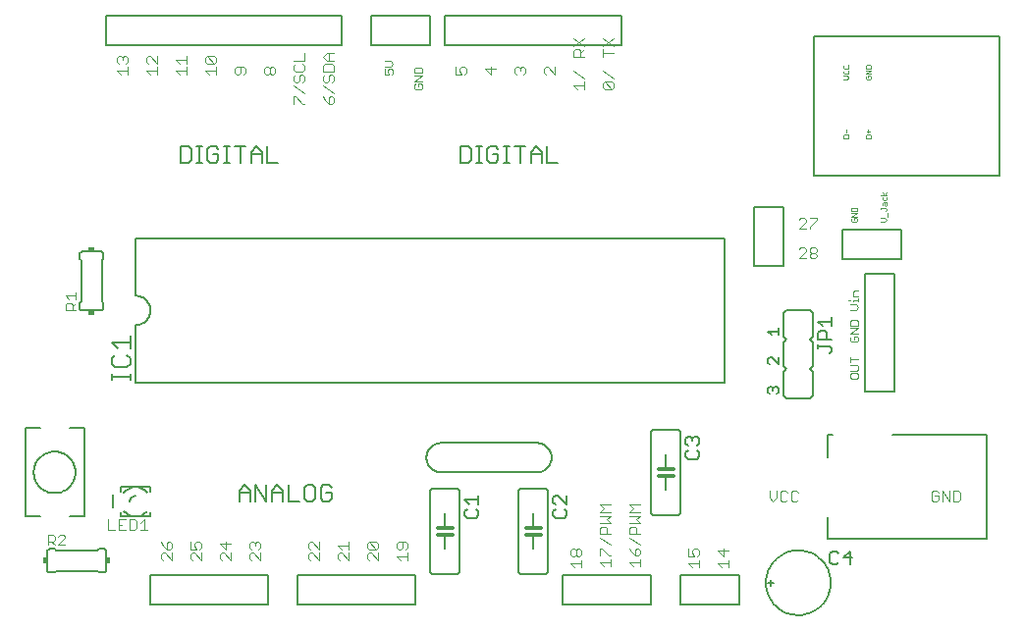
<source format=gto>
G75*
%MOIN*%
%OFA0B0*%
%FSLAX24Y24*%
%IPPOS*%
%LPD*%
%AMOC8*
5,1,8,0,0,1.08239X$1,22.5*
%
%ADD10C,0.0030*%
%ADD11C,0.0050*%
%ADD12C,0.0020*%
%ADD13C,0.0060*%
%ADD14C,0.0070*%
%ADD15C,0.0040*%
%ADD16R,0.0050X0.0500*%
%ADD17R,0.0200X0.0150*%
%ADD18R,0.0150X0.0200*%
%ADD19C,0.0120*%
D10*
X006465Y002177D02*
X006526Y002115D01*
X006465Y002177D02*
X006465Y002300D01*
X006526Y002362D01*
X006588Y002362D01*
X006835Y002115D01*
X006835Y002362D01*
X006773Y002483D02*
X006835Y002545D01*
X006835Y002668D01*
X006773Y002730D01*
X006712Y002730D01*
X006650Y002668D01*
X006650Y002483D01*
X006773Y002483D01*
X006650Y002483D02*
X006526Y002607D01*
X006465Y002730D01*
X007465Y002730D02*
X007465Y002483D01*
X007650Y002483D01*
X007588Y002607D01*
X007588Y002668D01*
X007650Y002730D01*
X007773Y002730D01*
X007835Y002668D01*
X007835Y002545D01*
X007773Y002483D01*
X007835Y002362D02*
X007835Y002115D01*
X007588Y002362D01*
X007526Y002362D01*
X007465Y002300D01*
X007465Y002177D01*
X007526Y002115D01*
X008465Y002177D02*
X008526Y002115D01*
X008465Y002177D02*
X008465Y002300D01*
X008526Y002362D01*
X008588Y002362D01*
X008835Y002115D01*
X008835Y002362D01*
X008650Y002483D02*
X008650Y002730D01*
X008835Y002668D02*
X008465Y002668D01*
X008650Y002483D01*
X009465Y002545D02*
X009465Y002668D01*
X009526Y002730D01*
X009588Y002730D01*
X009650Y002668D01*
X009712Y002730D01*
X009773Y002730D01*
X009835Y002668D01*
X009835Y002545D01*
X009773Y002483D01*
X009835Y002362D02*
X009835Y002115D01*
X009588Y002362D01*
X009526Y002362D01*
X009465Y002300D01*
X009465Y002177D01*
X009526Y002115D01*
X009526Y002483D02*
X009465Y002545D01*
X009650Y002607D02*
X009650Y002668D01*
X011465Y002668D02*
X011465Y002545D01*
X011526Y002483D01*
X011526Y002362D02*
X011465Y002300D01*
X011465Y002177D01*
X011526Y002115D01*
X011588Y002362D02*
X011835Y002115D01*
X011835Y002362D01*
X011835Y002483D02*
X011588Y002730D01*
X011526Y002730D01*
X011465Y002668D01*
X011526Y002362D02*
X011588Y002362D01*
X011835Y002483D02*
X011835Y002730D01*
X012465Y002607D02*
X012588Y002483D01*
X012588Y002362D02*
X012526Y002362D01*
X012465Y002300D01*
X012465Y002177D01*
X012526Y002115D01*
X012588Y002362D02*
X012835Y002115D01*
X012835Y002362D01*
X012835Y002483D02*
X012835Y002730D01*
X012835Y002607D02*
X012465Y002607D01*
X013465Y002545D02*
X013465Y002668D01*
X013526Y002730D01*
X013773Y002483D01*
X013835Y002545D01*
X013835Y002668D01*
X013773Y002730D01*
X013526Y002730D01*
X013465Y002545D02*
X013526Y002483D01*
X013773Y002483D01*
X013835Y002362D02*
X013835Y002115D01*
X013588Y002362D01*
X013526Y002362D01*
X013465Y002300D01*
X013465Y002177D01*
X013526Y002115D01*
X014465Y002238D02*
X014588Y002115D01*
X014465Y002238D02*
X014835Y002238D01*
X014835Y002115D02*
X014835Y002362D01*
X014773Y002483D02*
X014835Y002545D01*
X014835Y002668D01*
X014773Y002730D01*
X014526Y002730D01*
X014465Y002668D01*
X014465Y002545D01*
X014526Y002483D01*
X014588Y002483D01*
X014650Y002545D01*
X014650Y002730D01*
X020365Y002432D02*
X020365Y002308D01*
X020426Y002247D01*
X020488Y002247D01*
X020550Y002308D01*
X020550Y002432D01*
X020612Y002494D01*
X020673Y002494D01*
X020735Y002432D01*
X020735Y002308D01*
X020673Y002247D01*
X020612Y002247D01*
X020550Y002308D01*
X020550Y002432D02*
X020488Y002494D01*
X020426Y002494D01*
X020365Y002432D01*
X020365Y002002D02*
X020735Y002002D01*
X020735Y002125D02*
X020735Y001878D01*
X020488Y001878D02*
X020365Y002002D01*
X021365Y002029D02*
X021735Y002029D01*
X021735Y002152D02*
X021735Y001905D01*
X021488Y001905D02*
X021365Y002029D01*
X021365Y002273D02*
X021365Y002520D01*
X021426Y002520D01*
X021673Y002273D01*
X021735Y002273D01*
X022365Y002029D02*
X022735Y002029D01*
X022735Y002152D02*
X022735Y001905D01*
X022488Y001905D02*
X022365Y002029D01*
X022550Y002273D02*
X022550Y002459D01*
X022612Y002520D01*
X022673Y002520D01*
X022735Y002459D01*
X022735Y002335D01*
X022673Y002273D01*
X022550Y002273D01*
X022426Y002397D01*
X022365Y002520D01*
X022365Y002889D02*
X022735Y002642D01*
X022735Y003010D02*
X022365Y003010D01*
X022365Y003195D01*
X022426Y003257D01*
X022550Y003257D01*
X022612Y003195D01*
X022612Y003010D01*
X022735Y003378D02*
X022365Y003378D01*
X022365Y003625D02*
X022735Y003625D01*
X022612Y003502D01*
X022735Y003378D01*
X022735Y003747D02*
X022365Y003747D01*
X022488Y003870D01*
X022365Y003994D01*
X022735Y003994D01*
X021735Y003994D02*
X021365Y003994D01*
X021488Y003870D01*
X021365Y003747D01*
X021735Y003747D01*
X021735Y003625D02*
X021612Y003502D01*
X021735Y003378D01*
X021365Y003378D01*
X021426Y003257D02*
X021365Y003195D01*
X021365Y003010D01*
X021735Y003010D01*
X021612Y003010D02*
X021612Y003195D01*
X021550Y003257D01*
X021426Y003257D01*
X021365Y003625D02*
X021735Y003625D01*
X021365Y002889D02*
X021735Y002642D01*
X024365Y002494D02*
X024365Y002247D01*
X024550Y002247D01*
X024488Y002370D01*
X024488Y002432D01*
X024550Y002494D01*
X024673Y002494D01*
X024735Y002432D01*
X024735Y002308D01*
X024673Y002247D01*
X024735Y002125D02*
X024735Y001878D01*
X024735Y002002D02*
X024365Y002002D01*
X024488Y001878D01*
X025365Y002002D02*
X025488Y001878D01*
X025365Y002002D02*
X025735Y002002D01*
X025735Y002125D02*
X025735Y001878D01*
X025550Y002247D02*
X025550Y002494D01*
X025735Y002432D02*
X025365Y002432D01*
X025550Y002247D01*
X027238Y004115D02*
X027362Y004238D01*
X027362Y004485D01*
X027483Y004424D02*
X027483Y004177D01*
X027545Y004115D01*
X027668Y004115D01*
X027730Y004177D01*
X027852Y004177D02*
X027913Y004115D01*
X028037Y004115D01*
X028099Y004177D01*
X028099Y004424D02*
X028037Y004485D01*
X027913Y004485D01*
X027852Y004424D01*
X027852Y004177D01*
X027730Y004424D02*
X027668Y004485D01*
X027545Y004485D01*
X027483Y004424D01*
X027115Y004485D02*
X027115Y004238D01*
X027238Y004115D01*
X032615Y004177D02*
X032677Y004115D01*
X032800Y004115D01*
X032862Y004177D01*
X032862Y004300D01*
X032738Y004300D01*
X032615Y004177D02*
X032615Y004424D01*
X032677Y004485D01*
X032800Y004485D01*
X032862Y004424D01*
X032983Y004485D02*
X033230Y004115D01*
X033230Y004485D01*
X033352Y004485D02*
X033352Y004115D01*
X033537Y004115D01*
X033599Y004177D01*
X033599Y004424D01*
X033537Y004485D01*
X033352Y004485D01*
X032983Y004485D02*
X032983Y004115D01*
X028668Y012365D02*
X028545Y012365D01*
X028483Y012427D01*
X028483Y012488D01*
X028545Y012550D01*
X028668Y012550D01*
X028730Y012488D01*
X028730Y012427D01*
X028668Y012365D01*
X028668Y012550D02*
X028730Y012612D01*
X028730Y012674D01*
X028668Y012735D01*
X028545Y012735D01*
X028483Y012674D01*
X028483Y012612D01*
X028545Y012550D01*
X028362Y012612D02*
X028115Y012365D01*
X028362Y012365D01*
X028362Y012612D02*
X028362Y012674D01*
X028300Y012735D01*
X028177Y012735D01*
X028115Y012674D01*
X028115Y013365D02*
X028362Y013612D01*
X028362Y013674D01*
X028300Y013735D01*
X028177Y013735D01*
X028115Y013674D01*
X028115Y013365D02*
X028362Y013365D01*
X028483Y013365D02*
X028483Y013427D01*
X028730Y013674D01*
X028730Y013735D01*
X028483Y013735D01*
X021835Y018177D02*
X021773Y018115D01*
X021526Y018362D01*
X021773Y018362D01*
X021835Y018300D01*
X021835Y018177D01*
X021773Y018115D02*
X021526Y018115D01*
X021465Y018177D01*
X021465Y018300D01*
X021526Y018362D01*
X021835Y018483D02*
X021465Y018730D01*
X021465Y019220D02*
X021465Y019467D01*
X021465Y019588D02*
X021835Y019835D01*
X021835Y019588D02*
X021465Y019835D01*
X021465Y019343D02*
X021835Y019343D01*
X020835Y019220D02*
X020465Y019220D01*
X020465Y019405D01*
X020526Y019467D01*
X020650Y019467D01*
X020712Y019405D01*
X020712Y019220D01*
X020712Y019343D02*
X020835Y019467D01*
X020835Y019588D02*
X020465Y019835D01*
X020465Y019588D02*
X020835Y019835D01*
X020465Y018730D02*
X020835Y018483D01*
X020835Y018362D02*
X020835Y018115D01*
X020835Y018238D02*
X020465Y018238D01*
X020588Y018115D01*
X019835Y018615D02*
X019588Y018862D01*
X019526Y018862D01*
X019465Y018800D01*
X019465Y018677D01*
X019526Y018615D01*
X019835Y018615D02*
X019835Y018862D01*
X018835Y018800D02*
X018835Y018677D01*
X018773Y018615D01*
X018650Y018738D02*
X018650Y018800D01*
X018712Y018862D01*
X018773Y018862D01*
X018835Y018800D01*
X018650Y018800D02*
X018588Y018862D01*
X018526Y018862D01*
X018465Y018800D01*
X018465Y018677D01*
X018526Y018615D01*
X017835Y018800D02*
X017465Y018800D01*
X017650Y018615D01*
X017650Y018862D01*
X016835Y018800D02*
X016835Y018677D01*
X016773Y018615D01*
X016650Y018615D02*
X016588Y018738D01*
X016588Y018800D01*
X016650Y018862D01*
X016773Y018862D01*
X016835Y018800D01*
X016650Y018615D02*
X016465Y018615D01*
X016465Y018862D01*
X012335Y018905D02*
X012335Y018720D01*
X011965Y018720D01*
X011965Y018905D01*
X012026Y018967D01*
X012273Y018967D01*
X012335Y018905D01*
X012335Y019088D02*
X012088Y019088D01*
X011965Y019212D01*
X012088Y019335D01*
X012335Y019335D01*
X012150Y019335D02*
X012150Y019088D01*
X012212Y018599D02*
X012273Y018599D01*
X012335Y018537D01*
X012335Y018413D01*
X012273Y018352D01*
X012150Y018413D02*
X012150Y018537D01*
X012212Y018599D01*
X012026Y018599D02*
X011965Y018537D01*
X011965Y018413D01*
X012026Y018352D01*
X012088Y018352D01*
X012150Y018413D01*
X011965Y018230D02*
X012335Y017983D01*
X012273Y017862D02*
X012212Y017862D01*
X012150Y017800D01*
X012150Y017615D01*
X012273Y017615D01*
X012335Y017677D01*
X012335Y017800D01*
X012273Y017862D01*
X012150Y017615D02*
X012026Y017738D01*
X011965Y017862D01*
X011335Y017983D02*
X010965Y018230D01*
X011026Y018352D02*
X011088Y018352D01*
X011150Y018413D01*
X011150Y018537D01*
X011212Y018599D01*
X011273Y018599D01*
X011335Y018537D01*
X011335Y018413D01*
X011273Y018352D01*
X011026Y018352D02*
X010965Y018413D01*
X010965Y018537D01*
X011026Y018599D01*
X011026Y018720D02*
X011273Y018720D01*
X011335Y018782D01*
X011335Y018905D01*
X011273Y018967D01*
X011335Y019088D02*
X011335Y019335D01*
X011335Y019088D02*
X010965Y019088D01*
X011026Y018967D02*
X010965Y018905D01*
X010965Y018782D01*
X011026Y018720D01*
X010335Y018677D02*
X010273Y018615D01*
X010212Y018615D01*
X010150Y018677D01*
X010150Y018800D01*
X010212Y018862D01*
X010273Y018862D01*
X010335Y018800D01*
X010335Y018677D01*
X010150Y018677D02*
X010088Y018615D01*
X010026Y018615D01*
X009965Y018677D01*
X009965Y018800D01*
X010026Y018862D01*
X010088Y018862D01*
X010150Y018800D01*
X009335Y018800D02*
X009273Y018862D01*
X009026Y018862D01*
X008965Y018800D01*
X008965Y018677D01*
X009026Y018615D01*
X009088Y018615D01*
X009150Y018677D01*
X009150Y018862D01*
X009335Y018800D02*
X009335Y018677D01*
X009273Y018615D01*
X008335Y018615D02*
X008335Y018862D01*
X008335Y018738D02*
X007965Y018738D01*
X008088Y018615D01*
X008026Y018983D02*
X007965Y019045D01*
X007965Y019168D01*
X008026Y019230D01*
X008273Y018983D01*
X008335Y019045D01*
X008335Y019168D01*
X008273Y019230D01*
X008026Y019230D01*
X008026Y018983D02*
X008273Y018983D01*
X007335Y018983D02*
X007335Y019230D01*
X007335Y019107D02*
X006965Y019107D01*
X007088Y018983D01*
X006965Y018738D02*
X007335Y018738D01*
X007335Y018615D02*
X007335Y018862D01*
X007088Y018615D02*
X006965Y018738D01*
X006335Y018738D02*
X005965Y018738D01*
X006088Y018615D01*
X006335Y018615D02*
X006335Y018862D01*
X006335Y018983D02*
X006088Y019230D01*
X006026Y019230D01*
X005965Y019168D01*
X005965Y019045D01*
X006026Y018983D01*
X006335Y018983D02*
X006335Y019230D01*
X005335Y019168D02*
X005335Y019045D01*
X005273Y018983D01*
X005335Y018862D02*
X005335Y018615D01*
X005335Y018738D02*
X004965Y018738D01*
X005088Y018615D01*
X005026Y018983D02*
X004965Y019045D01*
X004965Y019168D01*
X005026Y019230D01*
X005088Y019230D01*
X005150Y019168D01*
X005212Y019230D01*
X005273Y019230D01*
X005335Y019168D01*
X005150Y019168D02*
X005150Y019107D01*
X010965Y017862D02*
X010965Y017615D01*
X010965Y017862D02*
X011026Y017862D01*
X011273Y017615D01*
X011335Y017615D01*
D11*
X010072Y016175D02*
X010072Y015625D01*
X010438Y015625D01*
X009886Y015625D02*
X009886Y015992D01*
X009703Y016175D01*
X009519Y015992D01*
X009519Y015625D01*
X009150Y015625D02*
X009150Y016175D01*
X008967Y016175D02*
X009334Y016175D01*
X009519Y015900D02*
X009886Y015900D01*
X008782Y015625D02*
X008598Y015625D01*
X008690Y015625D02*
X008690Y016175D01*
X008598Y016175D02*
X008782Y016175D01*
X008413Y016084D02*
X008321Y016175D01*
X008138Y016175D01*
X008046Y016084D01*
X008046Y015717D01*
X008138Y015625D01*
X008321Y015625D01*
X008413Y015717D01*
X008413Y015900D01*
X008229Y015900D01*
X007861Y016175D02*
X007677Y016175D01*
X007769Y016175D02*
X007769Y015625D01*
X007677Y015625D02*
X007861Y015625D01*
X007492Y015717D02*
X007492Y016084D01*
X007400Y016175D01*
X007125Y016175D01*
X007125Y015625D01*
X007400Y015625D01*
X007492Y015717D01*
X004600Y019600D02*
X012600Y019600D01*
X012600Y020600D01*
X004600Y020600D01*
X004600Y019600D01*
X013600Y019600D02*
X013600Y020600D01*
X015600Y020600D01*
X015600Y019600D01*
X013600Y019600D01*
X016100Y019600D02*
X022100Y019600D01*
X022100Y020600D01*
X016100Y020600D01*
X016100Y019600D01*
X016625Y016175D02*
X016900Y016175D01*
X016992Y016084D01*
X016992Y015717D01*
X016900Y015625D01*
X016625Y015625D01*
X016625Y016175D01*
X017177Y016175D02*
X017361Y016175D01*
X017269Y016175D02*
X017269Y015625D01*
X017177Y015625D02*
X017361Y015625D01*
X017546Y015717D02*
X017638Y015625D01*
X017821Y015625D01*
X017913Y015717D01*
X017913Y015900D01*
X017729Y015900D01*
X017546Y015717D02*
X017546Y016084D01*
X017638Y016175D01*
X017821Y016175D01*
X017913Y016084D01*
X018098Y016175D02*
X018282Y016175D01*
X018190Y016175D02*
X018190Y015625D01*
X018098Y015625D02*
X018282Y015625D01*
X018650Y015625D02*
X018650Y016175D01*
X018467Y016175D02*
X018834Y016175D01*
X019019Y015992D02*
X019203Y016175D01*
X019386Y015992D01*
X019386Y015625D01*
X019572Y015625D02*
X019938Y015625D01*
X019572Y015625D02*
X019572Y016175D01*
X019386Y015900D02*
X019019Y015900D01*
X019019Y015992D02*
X019019Y015625D01*
X026600Y014100D02*
X026600Y012100D01*
X027600Y012100D01*
X027600Y014100D01*
X026600Y014100D01*
X028620Y015191D02*
X034919Y015191D01*
X034919Y019915D01*
X028620Y019915D01*
X028620Y015191D01*
X029600Y013350D02*
X029600Y012350D01*
X031600Y012350D01*
X031600Y013350D01*
X029600Y013350D01*
X030350Y011850D02*
X030350Y007850D01*
X031350Y007850D01*
X031350Y011850D01*
X030350Y011850D01*
X029225Y010365D02*
X029225Y010065D01*
X029225Y010215D02*
X028775Y010215D01*
X028925Y010065D01*
X029000Y009904D02*
X029075Y009829D01*
X029075Y009604D01*
X029225Y009604D02*
X028775Y009604D01*
X028775Y009829D01*
X028850Y009904D01*
X029000Y009904D01*
X028775Y009444D02*
X028775Y009294D01*
X028775Y009369D02*
X029150Y009369D01*
X029225Y009294D01*
X029225Y009219D01*
X029150Y009144D01*
X027415Y008993D02*
X027415Y008766D01*
X027188Y008993D01*
X027131Y008993D01*
X027075Y008936D01*
X027075Y008823D01*
X027131Y008766D01*
X027131Y007993D02*
X027188Y007993D01*
X027245Y007936D01*
X027302Y007993D01*
X027358Y007993D01*
X027415Y007936D01*
X027415Y007823D01*
X027358Y007766D01*
X027245Y007879D02*
X027245Y007936D01*
X027131Y007993D02*
X027075Y007936D01*
X027075Y007823D01*
X027131Y007766D01*
X029100Y006372D02*
X029257Y006372D01*
X029100Y006372D02*
X029100Y005624D01*
X031305Y006372D02*
X034494Y006372D01*
X034494Y002828D01*
X029100Y002828D01*
X029100Y003576D01*
X029250Y002425D02*
X029175Y002350D01*
X029175Y002050D01*
X029250Y001975D01*
X029400Y001975D01*
X029475Y002050D01*
X029635Y002200D02*
X029936Y002200D01*
X029861Y001975D02*
X029861Y002425D01*
X029635Y002200D01*
X029475Y002350D02*
X029400Y002425D01*
X029250Y002425D01*
X026100Y001600D02*
X026100Y000600D01*
X024100Y000600D01*
X024100Y001600D01*
X026100Y001600D01*
X023100Y001600D02*
X023100Y000600D01*
X020100Y000600D01*
X020100Y001600D01*
X023100Y001600D01*
X020225Y003629D02*
X020225Y003779D01*
X020150Y003854D01*
X020225Y004015D02*
X019925Y004315D01*
X019850Y004315D01*
X019775Y004240D01*
X019775Y004090D01*
X019850Y004015D01*
X019850Y003854D02*
X019775Y003779D01*
X019775Y003629D01*
X019850Y003554D01*
X020150Y003554D01*
X020225Y003629D01*
X020225Y004015D02*
X020225Y004315D01*
X019225Y005100D02*
X015975Y005100D01*
X015931Y005102D01*
X015888Y005108D01*
X015846Y005117D01*
X015804Y005130D01*
X015764Y005147D01*
X015725Y005167D01*
X015688Y005190D01*
X015654Y005217D01*
X015621Y005246D01*
X015592Y005279D01*
X015565Y005313D01*
X015542Y005350D01*
X015522Y005389D01*
X015505Y005429D01*
X015492Y005471D01*
X015483Y005513D01*
X015477Y005556D01*
X015475Y005600D01*
X015477Y005644D01*
X015483Y005687D01*
X015492Y005729D01*
X015505Y005771D01*
X015522Y005811D01*
X015542Y005850D01*
X015565Y005887D01*
X015592Y005921D01*
X015621Y005954D01*
X015654Y005983D01*
X015688Y006010D01*
X015725Y006033D01*
X015764Y006053D01*
X015804Y006070D01*
X015846Y006083D01*
X015888Y006092D01*
X015931Y006098D01*
X015975Y006100D01*
X019225Y006100D01*
X019269Y006098D01*
X019312Y006092D01*
X019354Y006083D01*
X019396Y006070D01*
X019436Y006053D01*
X019475Y006033D01*
X019512Y006010D01*
X019546Y005983D01*
X019579Y005954D01*
X019608Y005921D01*
X019635Y005887D01*
X019658Y005850D01*
X019678Y005811D01*
X019695Y005771D01*
X019708Y005729D01*
X019717Y005687D01*
X019723Y005644D01*
X019725Y005600D01*
X019723Y005556D01*
X019717Y005513D01*
X019708Y005471D01*
X019695Y005429D01*
X019678Y005389D01*
X019658Y005350D01*
X019635Y005313D01*
X019608Y005279D01*
X019579Y005246D01*
X019546Y005217D01*
X019512Y005190D01*
X019475Y005167D01*
X019436Y005147D01*
X019396Y005130D01*
X019354Y005117D01*
X019312Y005108D01*
X019269Y005102D01*
X019225Y005100D01*
X017225Y004315D02*
X017225Y004015D01*
X017225Y004165D02*
X016775Y004165D01*
X016925Y004015D01*
X016850Y003854D02*
X016775Y003779D01*
X016775Y003629D01*
X016850Y003554D01*
X017150Y003554D01*
X017225Y003629D01*
X017225Y003779D01*
X017150Y003854D01*
X015100Y001600D02*
X011100Y001600D01*
X011100Y000600D01*
X015100Y000600D01*
X015100Y001600D01*
X012254Y004217D02*
X012254Y004400D01*
X012071Y004400D01*
X012254Y004217D02*
X012163Y004125D01*
X011979Y004125D01*
X011887Y004217D01*
X011887Y004584D01*
X011979Y004675D01*
X012163Y004675D01*
X012254Y004584D01*
X011702Y004584D02*
X011610Y004675D01*
X011427Y004675D01*
X011335Y004584D01*
X011335Y004217D01*
X011427Y004125D01*
X011610Y004125D01*
X011702Y004217D01*
X011702Y004584D01*
X011149Y004125D02*
X010782Y004125D01*
X010782Y004675D01*
X010597Y004492D02*
X010597Y004125D01*
X010597Y004400D02*
X010230Y004400D01*
X010230Y004492D02*
X010413Y004675D01*
X010597Y004492D01*
X010230Y004492D02*
X010230Y004125D01*
X010044Y004125D02*
X010044Y004675D01*
X009677Y004675D02*
X010044Y004125D01*
X009677Y004125D02*
X009677Y004675D01*
X009492Y004492D02*
X009492Y004125D01*
X009492Y004400D02*
X009125Y004400D01*
X009125Y004492D02*
X009308Y004675D01*
X009492Y004492D01*
X009125Y004492D02*
X009125Y004125D01*
X010100Y001600D02*
X006100Y001600D01*
X006100Y000600D01*
X010100Y000600D01*
X010100Y001600D01*
X003850Y003600D02*
X003350Y003600D01*
X003850Y003600D02*
X003850Y006600D01*
X003350Y006600D01*
X002350Y006600D02*
X001850Y006600D01*
X001850Y003600D01*
X002350Y003600D01*
X002143Y005100D02*
X002145Y005153D01*
X002151Y005205D01*
X002161Y005257D01*
X002174Y005308D01*
X002192Y005358D01*
X002213Y005407D01*
X002238Y005454D01*
X002266Y005498D01*
X002297Y005541D01*
X002332Y005581D01*
X002369Y005618D01*
X002409Y005653D01*
X002452Y005684D01*
X002497Y005712D01*
X002543Y005737D01*
X002592Y005758D01*
X002642Y005776D01*
X002693Y005789D01*
X002745Y005799D01*
X002797Y005805D01*
X002850Y005807D01*
X002903Y005805D01*
X002955Y005799D01*
X003007Y005789D01*
X003058Y005776D01*
X003108Y005758D01*
X003157Y005737D01*
X003204Y005712D01*
X003248Y005684D01*
X003291Y005653D01*
X003331Y005618D01*
X003368Y005581D01*
X003403Y005541D01*
X003434Y005498D01*
X003462Y005453D01*
X003487Y005407D01*
X003508Y005358D01*
X003526Y005308D01*
X003539Y005257D01*
X003549Y005205D01*
X003555Y005153D01*
X003557Y005100D01*
X003555Y005047D01*
X003549Y004995D01*
X003539Y004943D01*
X003526Y004892D01*
X003508Y004842D01*
X003487Y004793D01*
X003462Y004746D01*
X003434Y004702D01*
X003403Y004659D01*
X003368Y004619D01*
X003331Y004582D01*
X003291Y004547D01*
X003248Y004516D01*
X003203Y004488D01*
X003157Y004463D01*
X003108Y004442D01*
X003058Y004424D01*
X003007Y004411D01*
X002955Y004401D01*
X002903Y004395D01*
X002850Y004393D01*
X002797Y004395D01*
X002745Y004401D01*
X002693Y004411D01*
X002642Y004424D01*
X002592Y004442D01*
X002543Y004463D01*
X002496Y004488D01*
X002452Y004516D01*
X002409Y004547D01*
X002369Y004582D01*
X002332Y004619D01*
X002297Y004659D01*
X002266Y004702D01*
X002238Y004747D01*
X002213Y004793D01*
X002192Y004842D01*
X002174Y004892D01*
X002161Y004943D01*
X002151Y004995D01*
X002145Y005047D01*
X002143Y005100D01*
X024275Y005629D02*
X024350Y005554D01*
X024650Y005554D01*
X024725Y005629D01*
X024725Y005779D01*
X024650Y005854D01*
X024650Y006015D02*
X024725Y006090D01*
X024725Y006240D01*
X024650Y006315D01*
X024575Y006315D01*
X024500Y006240D01*
X024500Y006165D01*
X024500Y006240D02*
X024425Y006315D01*
X024350Y006315D01*
X024275Y006240D01*
X024275Y006090D01*
X024350Y006015D01*
X024350Y005854D02*
X024275Y005779D01*
X024275Y005629D01*
X027188Y009766D02*
X027075Y009879D01*
X027415Y009879D01*
X027415Y009766D02*
X027415Y009993D01*
D12*
X029860Y009994D02*
X030140Y009994D01*
X029860Y009808D01*
X030140Y009808D01*
X030093Y009718D02*
X030140Y009671D01*
X030140Y009578D01*
X030093Y009531D01*
X029906Y009531D01*
X029860Y009578D01*
X029860Y009671D01*
X029906Y009718D01*
X030000Y009718D02*
X030000Y009625D01*
X030000Y009718D02*
X030093Y009718D01*
X030140Y010084D02*
X029860Y010084D01*
X029860Y010224D01*
X029906Y010271D01*
X030093Y010271D01*
X030140Y010224D01*
X030140Y010084D01*
X030047Y010623D02*
X030140Y010717D01*
X030047Y010810D01*
X029860Y010810D01*
X029953Y010900D02*
X029953Y010946D01*
X030140Y010946D01*
X030140Y010900D02*
X030140Y010993D01*
X030140Y011084D02*
X029953Y011084D01*
X029953Y011224D01*
X030000Y011271D01*
X030140Y011271D01*
X029860Y010946D02*
X029813Y010946D01*
X029860Y010623D02*
X030047Y010623D01*
X029860Y009021D02*
X029860Y008834D01*
X029860Y008744D02*
X030093Y008744D01*
X030140Y008698D01*
X030140Y008604D01*
X030093Y008558D01*
X029860Y008558D01*
X029906Y008468D02*
X029860Y008421D01*
X029860Y008328D01*
X029906Y008281D01*
X030093Y008281D01*
X030140Y008328D01*
X030140Y008421D01*
X030093Y008468D01*
X029906Y008468D01*
X029860Y008927D02*
X030140Y008927D01*
X030061Y013610D02*
X030090Y013639D01*
X030090Y013699D01*
X030061Y013728D01*
X030001Y013728D01*
X030001Y013669D01*
X029942Y013610D02*
X030061Y013610D01*
X029942Y013610D02*
X029913Y013639D01*
X029913Y013699D01*
X029942Y013728D01*
X029913Y013791D02*
X030090Y013909D01*
X029913Y013909D01*
X029913Y013973D02*
X029913Y014061D01*
X029942Y014091D01*
X030061Y014091D01*
X030090Y014061D01*
X030090Y013973D01*
X029913Y013973D01*
X029913Y013791D02*
X030090Y013791D01*
X030913Y013728D02*
X031031Y013728D01*
X031090Y013669D01*
X031031Y013610D01*
X030913Y013610D01*
X031119Y013791D02*
X031119Y013909D01*
X031061Y013973D02*
X031090Y014002D01*
X031090Y014032D01*
X031061Y014061D01*
X030913Y014061D01*
X030913Y014032D02*
X030913Y014091D01*
X030972Y014183D02*
X030972Y014242D01*
X031001Y014272D01*
X031090Y014272D01*
X031090Y014183D01*
X031061Y014154D01*
X031031Y014183D01*
X031031Y014272D01*
X031061Y014335D02*
X031090Y014365D01*
X031090Y014453D01*
X031090Y014516D02*
X030913Y014516D01*
X030972Y014453D02*
X030972Y014365D01*
X031001Y014335D01*
X031061Y014335D01*
X031031Y014516D02*
X030972Y014605D01*
X031031Y014516D02*
X031090Y014605D01*
X030562Y016451D02*
X030385Y016451D01*
X030385Y016539D01*
X030415Y016569D01*
X030533Y016569D01*
X030562Y016539D01*
X030562Y016451D01*
X030474Y016632D02*
X030474Y016750D01*
X030415Y016691D02*
X030533Y016691D01*
X029812Y016539D02*
X029812Y016451D01*
X029635Y016451D01*
X029635Y016539D01*
X029665Y016569D01*
X029783Y016569D01*
X029812Y016539D01*
X029724Y016632D02*
X029724Y016750D01*
X029753Y018451D02*
X029812Y018510D01*
X029753Y018569D01*
X029635Y018569D01*
X029665Y018632D02*
X029783Y018632D01*
X029812Y018661D01*
X029812Y018720D01*
X029783Y018750D01*
X029783Y018813D02*
X029812Y018843D01*
X029812Y018902D01*
X029783Y018931D01*
X029783Y018813D02*
X029665Y018813D01*
X029635Y018843D01*
X029635Y018902D01*
X029665Y018931D01*
X029665Y018750D02*
X029635Y018720D01*
X029635Y018661D01*
X029665Y018632D01*
X029635Y018451D02*
X029753Y018451D01*
X030385Y018480D02*
X030415Y018451D01*
X030533Y018451D01*
X030562Y018480D01*
X030562Y018539D01*
X030533Y018569D01*
X030474Y018569D01*
X030474Y018510D01*
X030415Y018569D02*
X030385Y018539D01*
X030385Y018480D01*
X030385Y018632D02*
X030562Y018750D01*
X030385Y018750D01*
X030385Y018813D02*
X030385Y018902D01*
X030415Y018931D01*
X030533Y018931D01*
X030562Y018902D01*
X030562Y018813D01*
X030385Y018813D01*
X030385Y018632D02*
X030562Y018632D01*
X015340Y018662D02*
X015340Y018803D01*
X015293Y018849D01*
X015106Y018849D01*
X015060Y018803D01*
X015060Y018662D01*
X015340Y018662D01*
X015340Y018573D02*
X015060Y018573D01*
X015060Y018386D02*
X015340Y018573D01*
X015340Y018386D02*
X015060Y018386D01*
X015106Y018297D02*
X015060Y018250D01*
X015060Y018157D01*
X015106Y018110D01*
X015293Y018110D01*
X015340Y018157D01*
X015340Y018250D01*
X015293Y018297D01*
X015200Y018297D01*
X015200Y018203D01*
X014340Y018657D02*
X014340Y018750D01*
X014293Y018797D01*
X014200Y018797D01*
X014153Y018750D01*
X014153Y018703D01*
X014200Y018610D01*
X014060Y018610D01*
X014060Y018797D01*
X014060Y018886D02*
X014247Y018886D01*
X014340Y018980D01*
X014247Y019073D01*
X014060Y019073D01*
X014340Y018657D02*
X014293Y018610D01*
D13*
X002850Y001700D02*
X002700Y001700D01*
X002683Y001702D01*
X002666Y001706D01*
X002650Y001713D01*
X002636Y001723D01*
X002623Y001736D01*
X002613Y001750D01*
X002606Y001766D01*
X002602Y001783D01*
X002600Y001800D01*
X002600Y002400D01*
X002602Y002417D01*
X002606Y002434D01*
X002613Y002450D01*
X002623Y002464D01*
X002636Y002477D01*
X002650Y002487D01*
X002666Y002494D01*
X002683Y002498D01*
X002700Y002500D01*
X002850Y002500D01*
X002900Y002450D01*
X004300Y002450D01*
X004350Y002500D01*
X004500Y002500D01*
X004517Y002498D01*
X004534Y002494D01*
X004550Y002487D01*
X004564Y002477D01*
X004577Y002464D01*
X004587Y002450D01*
X004594Y002434D01*
X004598Y002417D01*
X004600Y002400D01*
X004600Y001800D01*
X004598Y001783D01*
X004594Y001766D01*
X004587Y001750D01*
X004577Y001736D01*
X004564Y001723D01*
X004550Y001713D01*
X004534Y001706D01*
X004517Y001702D01*
X004500Y001700D01*
X004350Y001700D01*
X004300Y001750D01*
X002900Y001750D01*
X002850Y001700D01*
X005100Y003600D02*
X005100Y003750D01*
X005100Y003600D02*
X005600Y003600D01*
X006100Y003600D01*
X006100Y003750D01*
X005990Y004412D02*
X005964Y004443D01*
X005935Y004472D01*
X005903Y004498D01*
X005870Y004521D01*
X005835Y004541D01*
X005798Y004559D01*
X005760Y004574D01*
X005721Y004585D01*
X005681Y004593D01*
X005641Y004598D01*
X005600Y004600D01*
X005100Y004600D01*
X005100Y004450D01*
X005600Y004600D02*
X006100Y004600D01*
X006100Y004450D01*
X005990Y003788D02*
X005964Y003757D01*
X005935Y003728D01*
X005903Y003702D01*
X005870Y003679D01*
X005835Y003659D01*
X005798Y003641D01*
X005760Y003626D01*
X005721Y003615D01*
X005681Y003607D01*
X005641Y003602D01*
X005600Y003600D01*
X005210Y004412D02*
X005236Y004443D01*
X005265Y004472D01*
X005297Y004498D01*
X005330Y004521D01*
X005365Y004541D01*
X005402Y004559D01*
X005440Y004574D01*
X005479Y004585D01*
X005519Y004593D01*
X005559Y004598D01*
X005600Y004600D01*
X005600Y004300D02*
X005574Y004298D01*
X005548Y004293D01*
X005523Y004285D01*
X005500Y004273D01*
X005478Y004259D01*
X005459Y004241D01*
X005441Y004222D01*
X005427Y004200D01*
X005415Y004177D01*
X005407Y004152D01*
X005402Y004126D01*
X005400Y004100D01*
X005210Y003788D02*
X005236Y003757D01*
X005265Y003728D01*
X005297Y003702D01*
X005330Y003679D01*
X005365Y003659D01*
X005402Y003641D01*
X005440Y003626D01*
X005479Y003615D01*
X005519Y003607D01*
X005559Y003602D01*
X005600Y003600D01*
X005600Y008150D02*
X025600Y008150D01*
X025600Y013050D01*
X005600Y013050D01*
X005600Y011100D01*
X005644Y011098D01*
X005687Y011092D01*
X005729Y011083D01*
X005771Y011070D01*
X005811Y011053D01*
X005850Y011033D01*
X005887Y011010D01*
X005921Y010983D01*
X005954Y010954D01*
X005983Y010921D01*
X006010Y010887D01*
X006033Y010850D01*
X006053Y010811D01*
X006070Y010771D01*
X006083Y010729D01*
X006092Y010687D01*
X006098Y010644D01*
X006100Y010600D01*
X006098Y010556D01*
X006092Y010513D01*
X006083Y010471D01*
X006070Y010429D01*
X006053Y010389D01*
X006033Y010350D01*
X006010Y010313D01*
X005983Y010279D01*
X005954Y010246D01*
X005921Y010217D01*
X005887Y010190D01*
X005850Y010167D01*
X005811Y010147D01*
X005771Y010130D01*
X005729Y010117D01*
X005687Y010108D01*
X005644Y010102D01*
X005600Y010100D01*
X005600Y008150D01*
X004400Y010600D02*
X003800Y010600D01*
X003783Y010602D01*
X003766Y010606D01*
X003750Y010613D01*
X003736Y010623D01*
X003723Y010636D01*
X003713Y010650D01*
X003706Y010666D01*
X003702Y010683D01*
X003700Y010700D01*
X003700Y010850D01*
X003750Y010900D01*
X003750Y012300D01*
X003700Y012350D01*
X003700Y012500D01*
X003702Y012517D01*
X003706Y012534D01*
X003713Y012550D01*
X003723Y012564D01*
X003736Y012577D01*
X003750Y012587D01*
X003766Y012594D01*
X003783Y012598D01*
X003800Y012600D01*
X004400Y012600D01*
X004417Y012598D01*
X004434Y012594D01*
X004450Y012587D01*
X004464Y012577D01*
X004477Y012564D01*
X004487Y012550D01*
X004494Y012534D01*
X004498Y012517D01*
X004500Y012500D01*
X004500Y012350D01*
X004450Y012300D01*
X004450Y010900D01*
X004500Y010850D01*
X004500Y010700D01*
X004498Y010683D01*
X004494Y010666D01*
X004487Y010650D01*
X004477Y010636D01*
X004464Y010623D01*
X004450Y010613D01*
X004434Y010606D01*
X004417Y010602D01*
X004400Y010600D01*
X015600Y004450D02*
X015600Y001750D01*
X015602Y001733D01*
X015606Y001716D01*
X015613Y001700D01*
X015623Y001686D01*
X015636Y001673D01*
X015650Y001663D01*
X015666Y001656D01*
X015683Y001652D01*
X015700Y001650D01*
X016500Y001650D01*
X016517Y001652D01*
X016534Y001656D01*
X016550Y001663D01*
X016564Y001673D01*
X016577Y001686D01*
X016587Y001700D01*
X016594Y001716D01*
X016598Y001733D01*
X016600Y001750D01*
X016600Y004450D01*
X016598Y004467D01*
X016594Y004484D01*
X016587Y004500D01*
X016577Y004514D01*
X016564Y004527D01*
X016550Y004537D01*
X016534Y004544D01*
X016517Y004548D01*
X016500Y004550D01*
X015700Y004550D01*
X015683Y004548D01*
X015666Y004544D01*
X015650Y004537D01*
X015636Y004527D01*
X015623Y004514D01*
X015613Y004500D01*
X015606Y004484D01*
X015602Y004467D01*
X015600Y004450D01*
X016100Y003700D02*
X016100Y003220D01*
X016100Y002970D02*
X016100Y002500D01*
X018600Y001750D02*
X018600Y004450D01*
X018602Y004467D01*
X018606Y004484D01*
X018613Y004500D01*
X018623Y004514D01*
X018636Y004527D01*
X018650Y004537D01*
X018666Y004544D01*
X018683Y004548D01*
X018700Y004550D01*
X019500Y004550D01*
X019517Y004548D01*
X019534Y004544D01*
X019550Y004537D01*
X019564Y004527D01*
X019577Y004514D01*
X019587Y004500D01*
X019594Y004484D01*
X019598Y004467D01*
X019600Y004450D01*
X019600Y001750D01*
X019598Y001733D01*
X019594Y001716D01*
X019587Y001700D01*
X019577Y001686D01*
X019564Y001673D01*
X019550Y001663D01*
X019534Y001656D01*
X019517Y001652D01*
X019500Y001650D01*
X018700Y001650D01*
X018683Y001652D01*
X018666Y001656D01*
X018650Y001663D01*
X018636Y001673D01*
X018623Y001686D01*
X018613Y001700D01*
X018606Y001716D01*
X018602Y001733D01*
X018600Y001750D01*
X019100Y002500D02*
X019100Y002970D01*
X019100Y003220D02*
X019100Y003700D01*
X023100Y003750D02*
X023100Y006450D01*
X023102Y006467D01*
X023106Y006484D01*
X023113Y006500D01*
X023123Y006514D01*
X023136Y006527D01*
X023150Y006537D01*
X023166Y006544D01*
X023183Y006548D01*
X023200Y006550D01*
X024000Y006550D01*
X024017Y006548D01*
X024034Y006544D01*
X024050Y006537D01*
X024064Y006527D01*
X024077Y006514D01*
X024087Y006500D01*
X024094Y006484D01*
X024098Y006467D01*
X024100Y006450D01*
X024100Y003750D01*
X024098Y003733D01*
X024094Y003716D01*
X024087Y003700D01*
X024077Y003686D01*
X024064Y003673D01*
X024050Y003663D01*
X024034Y003656D01*
X024017Y003652D01*
X024000Y003650D01*
X023200Y003650D01*
X023183Y003652D01*
X023166Y003656D01*
X023150Y003663D01*
X023136Y003673D01*
X023123Y003686D01*
X023113Y003700D01*
X023106Y003716D01*
X023102Y003733D01*
X023100Y003750D01*
X023600Y004500D02*
X023600Y004970D01*
X023600Y005220D02*
X023600Y005700D01*
X027600Y007700D02*
X027700Y007600D01*
X028500Y007600D01*
X028600Y007700D01*
X028600Y008500D01*
X028500Y008600D01*
X028600Y008700D01*
X028600Y009500D01*
X028500Y009600D01*
X028600Y009700D01*
X028600Y010500D01*
X028500Y010600D01*
X027700Y010600D01*
X027600Y010500D01*
X027600Y009700D01*
X027700Y009600D01*
X027600Y009500D01*
X027600Y008700D01*
X027700Y008600D01*
X027600Y008500D01*
X027600Y007700D01*
X027150Y001450D02*
X027150Y001250D01*
X027250Y001350D02*
X027050Y001350D01*
X027000Y001350D02*
X027002Y001416D01*
X027008Y001481D01*
X027018Y001546D01*
X027031Y001611D01*
X027049Y001674D01*
X027070Y001737D01*
X027095Y001797D01*
X027124Y001857D01*
X027156Y001914D01*
X027191Y001970D01*
X027230Y002023D01*
X027272Y002074D01*
X027316Y002122D01*
X027364Y002167D01*
X027414Y002210D01*
X027467Y002249D01*
X027522Y002286D01*
X027579Y002319D01*
X027638Y002348D01*
X027698Y002374D01*
X027760Y002396D01*
X027823Y002415D01*
X027887Y002429D01*
X027952Y002440D01*
X028018Y002447D01*
X028084Y002450D01*
X028149Y002449D01*
X028215Y002444D01*
X028280Y002435D01*
X028345Y002422D01*
X028408Y002406D01*
X028471Y002386D01*
X028532Y002361D01*
X028592Y002334D01*
X028650Y002303D01*
X028706Y002268D01*
X028760Y002230D01*
X028811Y002189D01*
X028860Y002145D01*
X028906Y002098D01*
X028950Y002049D01*
X028990Y001997D01*
X029027Y001942D01*
X029061Y001886D01*
X029091Y001827D01*
X029118Y001767D01*
X029141Y001706D01*
X029160Y001643D01*
X029176Y001579D01*
X029188Y001514D01*
X029196Y001449D01*
X029200Y001383D01*
X029200Y001317D01*
X029196Y001251D01*
X029188Y001186D01*
X029176Y001121D01*
X029160Y001057D01*
X029141Y000994D01*
X029118Y000933D01*
X029091Y000873D01*
X029061Y000814D01*
X029027Y000758D01*
X028990Y000703D01*
X028950Y000651D01*
X028906Y000602D01*
X028860Y000555D01*
X028811Y000511D01*
X028760Y000470D01*
X028706Y000432D01*
X028650Y000397D01*
X028592Y000366D01*
X028532Y000339D01*
X028471Y000314D01*
X028408Y000294D01*
X028345Y000278D01*
X028280Y000265D01*
X028215Y000256D01*
X028149Y000251D01*
X028084Y000250D01*
X028018Y000253D01*
X027952Y000260D01*
X027887Y000271D01*
X027823Y000285D01*
X027760Y000304D01*
X027698Y000326D01*
X027638Y000352D01*
X027579Y000381D01*
X027522Y000414D01*
X027467Y000451D01*
X027414Y000490D01*
X027364Y000533D01*
X027316Y000578D01*
X027272Y000626D01*
X027230Y000677D01*
X027191Y000730D01*
X027156Y000786D01*
X027124Y000843D01*
X027095Y000903D01*
X027070Y000963D01*
X027049Y001026D01*
X027031Y001089D01*
X027018Y001154D01*
X027008Y001219D01*
X027002Y001284D01*
X027000Y001350D01*
D14*
X005415Y008235D02*
X005415Y008445D01*
X005415Y008340D02*
X004784Y008340D01*
X004784Y008235D02*
X004784Y008445D01*
X004890Y008665D02*
X005310Y008665D01*
X005415Y008770D01*
X005415Y008980D01*
X005310Y009085D01*
X005415Y009309D02*
X005415Y009730D01*
X005415Y009519D02*
X004784Y009519D01*
X004995Y009309D01*
X004890Y009085D02*
X004784Y008980D01*
X004784Y008770D01*
X004890Y008665D01*
D15*
X003570Y010620D02*
X003220Y010620D01*
X003220Y010795D01*
X003278Y010854D01*
X003395Y010854D01*
X003453Y010795D01*
X003453Y010620D01*
X003453Y010737D02*
X003570Y010854D01*
X003570Y010979D02*
X003570Y011213D01*
X003570Y011096D02*
X003220Y011096D01*
X003336Y010979D01*
X004657Y003500D02*
X004657Y003140D01*
X004897Y003140D01*
X005025Y003140D02*
X005265Y003140D01*
X005393Y003140D02*
X005574Y003140D01*
X005634Y003200D01*
X005634Y003440D01*
X005574Y003500D01*
X005393Y003500D01*
X005393Y003140D01*
X005145Y003320D02*
X005025Y003320D01*
X005025Y003500D02*
X005025Y003140D01*
X005025Y003500D02*
X005265Y003500D01*
X005762Y003380D02*
X005882Y003500D01*
X005882Y003140D01*
X005762Y003140D02*
X006002Y003140D01*
X003213Y002922D02*
X003154Y002980D01*
X003037Y002980D01*
X002979Y002922D01*
X002854Y002922D02*
X002854Y002805D01*
X002795Y002747D01*
X002620Y002747D01*
X002737Y002747D02*
X002854Y002630D01*
X002979Y002630D02*
X003213Y002864D01*
X003213Y002922D01*
X003213Y002630D02*
X002979Y002630D01*
X002854Y002922D02*
X002795Y002980D01*
X002620Y002980D01*
X002620Y002630D01*
D16*
X004825Y004100D03*
D17*
X004100Y010525D03*
X004100Y012675D03*
D18*
X004675Y002100D03*
X002525Y002100D03*
D19*
X015850Y002970D02*
X016100Y002970D01*
X016350Y002970D01*
X016350Y003220D02*
X016100Y003220D01*
X015850Y003220D01*
X018850Y003220D02*
X019100Y003220D01*
X019350Y003220D01*
X019350Y002970D02*
X019100Y002970D01*
X018850Y002970D01*
X023350Y004970D02*
X023600Y004970D01*
X023850Y004970D01*
X023850Y005220D02*
X023600Y005220D01*
X023350Y005220D01*
M02*

</source>
